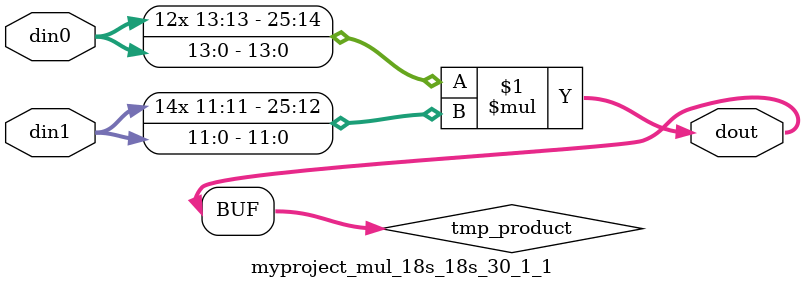
<source format=v>

`timescale 1 ns / 1 ps

  module myproject_mul_18s_18s_30_1_1(din0, din1, dout);
parameter ID = 1;
parameter NUM_STAGE = 0;
parameter din0_WIDTH = 14;
parameter din1_WIDTH = 12;
parameter dout_WIDTH = 26;

input [din0_WIDTH - 1 : 0] din0; 
input [din1_WIDTH - 1 : 0] din1; 
output [dout_WIDTH - 1 : 0] dout;

wire signed [dout_WIDTH - 1 : 0] tmp_product;













assign tmp_product = $signed(din0) * $signed(din1);








assign dout = tmp_product;







endmodule

</source>
